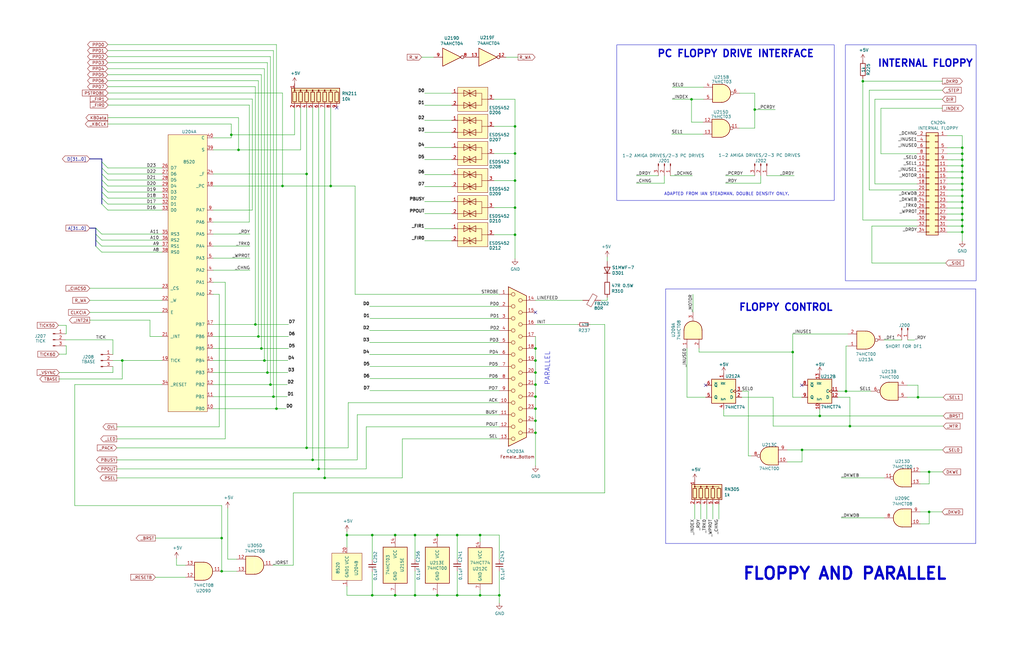
<source format=kicad_sch>
(kicad_sch (version 20231120) (generator "eeschema") (generator_version "8.0")
  (paper "B")
  (title_block (title "AMIGA PCI") (date "2025-03-31") (rev "5.1"))
  (junction (at 363.855 34.29))
  (junction (at 93.472 227.076))
  (junction (at 202.438 225.806))
  (junction (at 93.472 241.046))
  (junction (at 129.286 73.406))
  (junction (at 108.966 141.986))
  (junction (at 217.17 87.63))
  (junction (at 210.566 251.206))
  (junction (at 225.806 182.626))
  (junction (at 291.592 41.91))
  (junction (at 391.795 216.027))
  (junction (at 217.17 76.2))
  (junction (at 405.765 69.977))
  (junction (at 51.562 152.146))
  (junction (at 405.765 92.837))
  (junction (at 184.404 251.206))
  (junction (at 139.446 78.486))
  (junction (at 405.765 77.597))
  (junction (at 112.776 157.226))
  (junction (at 110.236 147.066))
  (junction (at 387.096 167.64))
  (junction (at 225.806 177.546))
  (junction (at 405.765 67.437))
  (junction (at 405.765 82.677))
  (junction (at 192.786 225.806))
  (junction (at 184.404 225.806))
  (junction (at 225.806 167.386))
  (junction (at 405.765 90.297))
  (junction (at 334.264 148.59))
  (junction (at 114.046 162.306))
  (junction (at 345.694 175.514))
  (junction (at 175.006 225.806))
  (junction (at 405.765 64.897))
  (junction (at 338.201 189.865))
  (junction (at 405.765 72.517))
  (junction (at 358.394 179.832))
  (junction (at 217.17 99.06))
  (junction (at 192.786 251.206))
  (junction (at 107.696 136.906))
  (junction (at 202.438 251.206))
  (junction (at 356.743 165.1))
  (junction (at 156.972 225.806))
  (junction (at 225.806 157.226))
  (junction (at 146.304 225.806))
  (junction (at 97.536 56.896))
  (junction (at 134.366 197.866))
  (junction (at 119.126 78.486))
  (junction (at 131.826 194.056))
  (junction (at 166.624 225.806))
  (junction (at 225.806 172.466))
  (junction (at 116.586 172.466))
  (junction (at 405.765 62.357))
  (junction (at 405.765 80.137))
  (junction (at 225.806 162.306))
  (junction (at 100.584 63.246))
  (junction (at 166.624 251.206))
  (junction (at 115.316 167.386))
  (junction (at 405.765 95.377))
  (junction (at 405.765 97.917))
  (junction (at 156.972 251.206))
  (junction (at 225.806 147.066))
  (junction (at 405.765 85.217))
  (junction (at 217.17 53.34))
  (junction (at 136.906 201.676))
  (junction (at 405.765 87.757))
  (junction (at 318.262 46.228))
  (junction (at 225.806 152.146))
  (junction (at 129.286 188.976))
  (junction (at 391.795 199.136))
  (junction (at 217.17 64.77))
  (junction (at 175.006 251.206))
  (junction (at 111.506 152.146))
  (junction (at 405.765 75.057))
  (no_connect (at 141.986 45.466))
  (no_connect (at 297.561 162.56))
  (no_connect (at 338.074 162.56))
  (no_connect (at 225.806 131.826))
  (bus_entry (at 45.466 75.946) (size -2.54 -2.54))
  (bus_entry (at 45.466 70.866) (size -2.54 -2.54))
  (bus_entry (at 45.466 86.106) (size -2.54 -2.54))
  (bus_entry (at 45.466 73.406) (size -2.54 -2.54))
  (bus_entry (at 42.926 98.806) (size -2.54 -2.54))
  (bus_entry (at 42.926 106.426) (size -2.54 -2.54))
  (bus_entry (at 45.466 88.646) (size -2.54 -2.54))
  (bus_entry (at 45.466 78.486) (size -2.54 -2.54))
  (bus_entry (at 42.926 103.886) (size -2.54 -2.54))
  (bus_entry (at 45.466 81.026) (size -2.54 -2.54))
  (bus_entry (at 42.926 101.346) (size -2.54 -2.54))
  (bus_entry (at 45.466 83.566) (size -2.54 -2.54))
  (wire (pts (xy 399.415 75.057) (xy 405.765 75.057)))
  (wire (pts (xy 358.394 179.832) (xy 326.009 179.832)))
  (wire (pts (xy 371.475 64.897) (xy 371.475 45.72)))
  (wire (pts (xy 283.21 56.642) (xy 296.418 56.642)))
  (wire (pts (xy 155.956 159.766) (xy 210.566 159.766)))
  (wire (pts (xy 280.162 74.168) (xy 280.162 77.343)))
  (wire (pts (xy 256.032 125.476) (xy 256.032 126.746)))
  (wire (pts (xy 280.162 77.343) (xy 268.351 77.343)))
  (wire (pts (xy 331.978 194.945) (xy 338.201 194.945)))
  (wire (pts (xy 45.466 23.876) (xy 114.046 23.876)))
  (wire (pts (xy 405.765 95.377) (xy 405.765 97.917)))
  (wire (pts (xy 27.94 145.923) (xy 27.432 145.923)))
  (bus (pts (xy 42.926 68.326) (xy 42.926 70.866)))
  (wire (pts (xy 123.698 208.026) (xy 255.016 208.026)))
  (wire (pts (xy 139.446 45.466) (xy 139.446 78.486)))
  (wire (pts (xy 45.466 70.866) (xy 68.326 70.866)))
  (wire (pts (xy 399.415 85.217) (xy 405.765 85.217)))
  (wire (pts (xy 154.432 180.086) (xy 154.432 197.866)))
  (wire (pts (xy 155.956 164.846) (xy 210.566 164.846)))
  (wire (pts (xy 89.916 58.166) (xy 97.536 58.166)))
  (wire (pts (xy 107.696 136.906) (xy 121.666 136.906)))
  (wire (pts (xy 110.236 147.066) (xy 89.916 147.066)))
  (wire (pts (xy 334.264 140.97) (xy 334.264 148.59)))
  (wire (pts (xy 334.264 167.64) (xy 334.264 148.59)))
  (wire (pts (xy 106.426 88.646) (xy 89.916 88.646)))
  (wire (pts (xy 399.415 82.677) (xy 405.765 82.677)))
  (wire (pts (xy 208.28 99.06) (xy 217.17 99.06)))
  (wire (pts (xy 399.415 64.897) (xy 405.765 64.897)))
  (wire (pts (xy 45.466 34.036) (xy 108.966 34.036)))
  (wire (pts (xy 386.715 77.597) (xy 368.935 77.597)))
  (wire (pts (xy 382.778 143.51) (xy 385.699 143.51)))
  (wire (pts (xy 405.765 69.977) (xy 405.765 72.517)))
  (wire (pts (xy 97.536 58.166) (xy 97.536 56.896)))
  (wire (pts (xy 49.276 188.976) (xy 129.286 188.976)))
  (wire (pts (xy 124.206 56.896) (xy 97.536 56.896)))
  (wire (pts (xy 282.702 74.168) (xy 291.973 74.168)))
  (wire (pts (xy 24.892 159.893) (xy 51.562 159.893)))
  (wire (pts (xy 169.672 185.166) (xy 169.672 201.676)))
  (wire (pts (xy 218.44 24.13) (xy 213.36 24.13)))
  (wire (pts (xy 391.795 221.107) (xy 391.795 216.027)))
  (wire (pts (xy 108.966 34.036) (xy 108.966 141.986)))
  (wire (pts (xy 399.415 80.137) (xy 405.765 80.137)))
  (wire (pts (xy 105.156 44.323) (xy 45.593 44.323)))
  (wire (pts (xy 368.935 41.91) (xy 397.383 41.91)))
  (bus (pts (xy 37.846 96.266) (xy 40.386 96.266)))
  (wire (pts (xy 217.17 64.77) (xy 217.17 76.2)))
  (wire (pts (xy 63.246 135.128) (xy 37.846 135.128)))
  (wire (pts (xy 47.625 152.146) (xy 51.562 152.146)))
  (wire (pts (xy 179.07 50.8) (xy 190.5 50.8)))
  (wire (pts (xy 217.17 76.2) (xy 217.17 87.63)))
  (wire (pts (xy 405.765 67.437) (xy 405.765 69.977)))
  (wire (pts (xy 311.658 54.102) (xy 318.262 54.102)))
  (wire (pts (xy 366.522 80.137) (xy 366.522 38.1)))
  (wire (pts (xy 300.609 212.725) (xy 300.609 219.075)))
  (wire (pts (xy 179.07 73.66) (xy 190.5 73.66)))
  (wire (pts (xy 318.262 46.228) (xy 318.262 39.37)))
  (bus (pts (xy 40.386 101.346) (xy 40.386 103.886)))
  (wire (pts (xy 399.415 77.597) (xy 405.765 77.597)))
  (wire (pts (xy 45.466 73.406) (xy 68.326 73.406)))
  (wire (pts (xy 217.17 41.91) (xy 217.17 53.34)))
  (wire (pts (xy 89.916 93.726) (xy 105.156 93.726)))
  (wire (pts (xy 124.206 45.466) (xy 124.206 56.896)))
  (wire (pts (xy 114.046 23.876) (xy 114.046 162.306)))
  (wire (pts (xy 65.532 227.076) (xy 93.472 227.076)))
  (wire (pts (xy 96.012 214.376) (xy 96.012 235.966)))
  (wire (pts (xy 405.765 72.517) (xy 405.765 75.057)))
  (wire (pts (xy 192.786 251.206) (xy 202.438 251.206)))
  (wire (pts (xy 326.009 179.832) (xy 326.009 167.64)))
  (wire (pts (xy 363.855 33.147) (xy 363.855 34.29)))
  (wire (pts (xy 97.536 56.896) (xy 97.536 52.324)))
  (wire (pts (xy 179.07 62.23) (xy 190.5 62.23)))
  (wire (pts (xy 253.365 126.746) (xy 256.032 126.746)))
  (wire (pts (xy 42.926 106.426) (xy 68.326 106.426)))
  (wire (pts (xy 175.006 251.206) (xy 184.404 251.206)))
  (wire (pts (xy 334.264 148.59) (xy 294.767 148.59)))
  (wire (pts (xy 45.593 41.783) (xy 106.426 41.783)))
  (wire (pts (xy 179.07 90.17) (xy 190.5 90.17)))
  (wire (pts (xy 225.806 167.386) (xy 225.806 172.466)))
  (wire (pts (xy 27.94 149.479) (xy 24.892 149.479)))
  (wire (pts (xy 146.812 169.926) (xy 146.812 188.976)))
  (wire (pts (xy 202.438 225.806) (xy 202.438 228.6)))
  (wire (pts (xy 386.715 64.897) (xy 371.475 64.897)))
  (wire (pts (xy 208.28 76.2) (xy 217.17 76.2)))
  (wire (pts (xy 45.466 26.416) (xy 112.776 26.416)))
  (wire (pts (xy 27.94 140.843) (xy 27.432 140.843)))
  (wire (pts (xy 184.404 225.806) (xy 192.786 225.806)))
  (wire (pts (xy 146.304 251.206) (xy 146.304 247.396)))
  (wire (pts (xy 405.765 92.837) (xy 405.765 95.377)))
  (wire (pts (xy 315.595 192.405) (xy 316.738 192.405)))
  (wire (pts (xy 121.666 141.986) (xy 108.966 141.986)))
  (wire (pts (xy 318.262 74.168) (xy 305.943 74.168)))
  (wire (pts (xy 49.276 201.676) (xy 136.906 201.676)))
  (wire (pts (xy 318.262 39.37) (xy 311.912 39.37)))
  (wire (pts (xy 289.687 146.939) (xy 289.687 167.64)))
  (wire (pts (xy 97.536 52.324) (xy 45.466 52.324)))
  (wire (pts (xy 371.475 45.72) (xy 397.383 45.72)))
  (wire (pts (xy 169.672 201.676) (xy 136.906 201.676)))
  (wire (pts (xy 225.806 157.226) (xy 225.806 162.306)))
  (wire (pts (xy 387.096 167.64) (xy 397.764 167.64)))
  (wire (pts (xy 405.765 82.677) (xy 405.765 85.217)))
  (wire (pts (xy 74.422 235.585) (xy 74.422 238.506)))
  (wire (pts (xy 382.524 167.64) (xy 387.096 167.64)))
  (wire (pts (xy 68.326 75.946) (xy 45.466 75.946)))
  (wire (pts (xy 121.666 147.066) (xy 110.236 147.066)))
  (wire (pts (xy 353.314 167.64) (xy 358.394 167.64)))
  (wire (pts (xy 112.776 157.226) (xy 89.916 157.226)))
  (wire (pts (xy 399.415 69.977) (xy 405.765 69.977)))
  (wire (pts (xy 63.246 141.986) (xy 63.246 135.128)))
  (wire (pts (xy 116.586 18.796) (xy 116.586 172.466)))
  (wire (pts (xy 146.812 169.926) (xy 210.566 169.926)))
  (bus (pts (xy 42.926 83.566) (xy 42.926 86.106)))
  (wire (pts (xy 391.795 204.216) (xy 391.795 199.136)))
  (wire (pts (xy 338.201 189.865) (xy 397.51 189.865)))
  (wire (pts (xy 51.562 152.146) (xy 68.326 152.146)))
  (wire (pts (xy 166.624 251.206) (xy 175.006 251.206)))
  (wire (pts (xy 399.415 87.757) (xy 405.765 87.757)))
  (wire (pts (xy 405.765 64.897) (xy 405.765 67.437)))
  (wire (pts (xy 105.156 93.726) (xy 105.156 44.323)))
  (wire (pts (xy 177.8 24.13) (xy 182.88 24.13)))
  (wire (pts (xy 89.916 63.246) (xy 100.584 63.246)))
  (wire (pts (xy 312.801 165.1) (xy 315.595 165.1)))
  (wire (pts (xy 202.438 225.806) (xy 210.566 225.806)))
  (wire (pts (xy 45.466 78.486) (xy 68.326 78.486)))
  (wire (pts (xy 179.07 96.52) (xy 190.5 96.52)))
  (wire (pts (xy 225.806 182.626) (xy 225.806 196.596)))
  (wire (pts (xy 149.733 78.486) (xy 149.733 124.206)))
  (bus (pts (xy 40.386 98.806) (xy 40.386 101.346)))
  (wire (pts (xy 318.262 46.228) (xy 318.262 54.102)))
  (wire (pts (xy 68.326 131.826) (xy 37.846 131.826)))
  (wire (pts (xy 156.972 241.3) (xy 156.972 251.206)))
  (wire (pts (xy 255.016 136.906) (xy 255.016 208.026)))
  (wire (pts (xy 42.926 101.346) (xy 68.326 101.346)))
  (wire (pts (xy 345.694 172.72) (xy 345.694 175.514)))
  (wire (pts (xy 179.07 78.74) (xy 190.5 78.74)))
  (wire (pts (xy 192.786 225.806) (xy 202.438 225.806)))
  (wire (pts (xy 115.316 167.386) (xy 121.158 167.386)))
  (wire (pts (xy 154.432 197.866) (xy 134.366 197.866)))
  (wire (pts (xy 345.694 175.514) (xy 397.764 175.514)))
  (wire (pts (xy 291.592 41.91) (xy 291.592 51.562)))
  (wire (pts (xy 399.415 57.277) (xy 405.765 57.277)))
  (wire (pts (xy 89.916 114.046) (xy 105.41 114.046)))
  (wire (pts (xy 68.326 141.986) (xy 63.246 141.986)))
  (wire (pts (xy 399.415 72.517) (xy 405.765 72.517)))
  (wire (pts (xy 387.096 162.56) (xy 387.096 167.64)))
  (wire (pts (xy 399.415 90.297) (xy 405.765 90.297)))
  (wire (pts (xy 368.935 77.597) (xy 368.935 41.91)))
  (wire (pts (xy 92.456 180.086) (xy 92.456 124.206)))
  (wire (pts (xy 225.806 162.306) (xy 225.806 167.386)))
  (bus (pts (xy 42.926 75.946) (xy 42.926 78.486)))
  (wire (pts (xy 292.989 212.725) (xy 292.989 219.075)))
  (wire (pts (xy 225.806 172.466) (xy 225.806 177.546)))
  (wire (pts (xy 338.201 194.945) (xy 338.201 189.865)))
  (wire (pts (xy 155.956 154.686) (xy 210.566 154.686)))
  (wire (pts (xy 366.522 38.1) (xy 397.383 38.1)))
  (wire (pts (xy 294.767 148.59) (xy 294.767 146.939)))
  (wire (pts (xy 107.696 36.576) (xy 107.696 136.906)))
  (wire (pts (xy 134.366 45.466) (xy 134.366 197.866)))
  (wire (pts (xy 217.17 53.34) (xy 217.17 64.77)))
  (wire (pts (xy 175.006 235.966) (xy 175.006 225.806)))
  (wire (pts (xy 354.711 201.676) (xy 372.872 201.676)))
  (wire (pts (xy 386.715 95.377) (xy 367.665 95.377)))
  (wire (pts (xy 248.793 136.906) (xy 255.016 136.906)))
  (wire (pts (xy 405.765 62.357) (xy 405.765 64.897)))
  (wire (pts (xy 320.802 74.168) (xy 320.802 77.343)))
  (wire (pts (xy 208.28 87.63) (xy 217.17 87.63)))
  (wire (pts (xy 399.415 97.917) (xy 405.765 97.917)))
  (wire (pts (xy 356.743 146.05) (xy 356.743 165.1)))
  (wire (pts (xy 92.456 124.206) (xy 89.916 124.206)))
  (wire (pts (xy 126.746 45.466) (xy 126.746 63.246)))
  (wire (pts (xy 94.996 185.166) (xy 49.276 185.166)))
  (wire (pts (xy 388.112 221.107) (xy 391.795 221.107)))
  (wire (pts (xy 111.506 152.146) (xy 121.412 152.146)))
  (wire (pts (xy 108.966 141.986) (xy 89.916 141.986)))
  (wire (pts (xy 45.466 28.956) (xy 111.506 28.956)))
  (wire (pts (xy 175.006 241.046) (xy 175.006 251.206)))
  (wire (pts (xy 367.665 95.377) (xy 367.665 110.998)))
  (wire (pts (xy 156.972 225.806) (xy 166.624 225.806)))
  (wire (pts (xy 99.822 235.966) (xy 96.012 235.966)))
  (wire (pts (xy 123.698 238.506) (xy 123.698 208.026)))
  (wire (pts (xy 27.432 143.383) (xy 47.625 143.383)))
  (wire (pts (xy 129.286 73.406) (xy 129.286 188.976)))
  (wire (pts (xy 175.006 225.806) (xy 184.404 225.806)))
  (wire (pts (xy 45.466 88.646) (xy 68.326 88.646)))
  (wire (pts (xy 298.069 212.725) (xy 298.069 219.075)))
  (wire (pts (xy 68.326 81.026) (xy 45.466 81.026)))
  (wire (pts (xy 27.94 149.479) (xy 27.94 145.923)))
  (wire (pts (xy 93.472 227.076) (xy 93.472 241.046)))
  (wire (pts (xy 156.972 236.22) (xy 156.972 225.806)))
  (wire (pts (xy 93.472 241.046) (xy 99.822 241.046)))
  (wire (pts (xy 25.019 157.226) (xy 47.625 157.226)))
  (wire (pts (xy 155.956 134.366) (xy 210.566 134.366)))
  (wire (pts (xy 192.786 241.046) (xy 192.786 251.206)))
  (bus (pts (xy 40.386 96.266) (xy 40.386 98.806)))
  (wire (pts (xy 225.806 152.146) (xy 225.806 157.226)))
  (wire (pts (xy 93.472 213.36) (xy 31.496 213.36)))
  (wire (pts (xy 225.806 147.066) (xy 225.806 152.146)))
  (wire (pts (xy 45.593 39.243) (xy 119.126 39.243)))
  (wire (pts (xy 114.046 162.306) (xy 89.916 162.306)))
  (wire (pts (xy 112.776 157.226) (xy 121.412 157.226)))
  (wire (pts (xy 131.826 45.466) (xy 131.826 194.056)))
  (wire (pts (xy 405.765 97.917) (xy 405.765 101.727)))
  (wire (pts (xy 31.496 162.306) (xy 68.326 162.306)))
  (wire (pts (xy 291.592 51.562) (xy 296.418 51.562)))
  (wire (pts (xy 179.07 85.09) (xy 190.5 85.09)))
  (wire (pts (xy 27.94 137.287) (xy 27.94 140.843)))
  (wire (pts (xy 166.624 225.806) (xy 175.006 225.806)))
  (wire (pts (xy 156.972 251.206) (xy 166.624 251.206)))
  (wire (pts (xy 391.795 216.027) (xy 388.112 216.027)))
  (wire (pts (xy 49.276 197.866) (xy 134.366 197.866)))
  (wire (pts (xy 399.415 62.357) (xy 405.765 62.357)))
  (wire (pts (xy 27.94 137.287) (xy 24.638 137.287)))
  (wire (pts (xy 210.566 254.508) (xy 210.566 251.206)))
  (wire (pts (xy 405.765 87.757) (xy 405.765 90.297)))
  (wire (pts (xy 146.812 188.976) (xy 129.286 188.976)))
  (wire (pts (xy 47.625 157.226) (xy 47.625 154.686)))
  (wire (pts (xy 334.899 74.168) (xy 323.342 74.168)))
  (wire (pts (xy 256.032 108.458) (xy 256.032 110.236)))
  (wire (pts (xy 149.733 124.206) (xy 210.566 124.206)))
  (wire (pts (xy 386.715 80.137) (xy 366.522 80.137)))
  (wire (pts (xy 45.466 31.496) (xy 110.236 31.496)))
  (wire (pts (xy 179.07 39.37) (xy 190.5 39.37)))
  (wire (pts (xy 179.07 44.45) (xy 190.5 44.45)))
  (wire (pts (xy 31.496 213.36) (xy 31.496 162.306)))
  (wire (pts (xy 116.586 172.466) (xy 89.916 172.466)))
  (wire (pts (xy 89.916 119.126) (xy 94.996 119.126)))
  (wire (pts (xy 405.765 77.597) (xy 405.765 80.137)))
  (wire (pts (xy 115.316 167.386) (xy 89.916 167.386)))
  (wire (pts (xy 399.415 67.437) (xy 405.765 67.437)))
  (wire (pts (xy 116.586 172.466) (xy 120.65 172.466)))
  (wire (pts (xy 37.846 121.666) (xy 68.326 121.666)))
  (wire (pts (xy 217.17 87.63) (xy 217.17 99.06)))
  (wire (pts (xy 45.466 83.566) (xy 68.326 83.566)))
  (wire (pts (xy 363.855 34.29) (xy 397.383 34.29)))
  (wire (pts (xy 107.696 136.906) (xy 89.916 136.906)))
  (wire (pts (xy 179.07 101.6) (xy 190.5 101.6)))
  (wire (pts (xy 353.314 165.1) (xy 356.743 165.1)))
  (wire (pts (xy 372.745 143.51) (xy 380.238 143.51)))
  (wire (pts (xy 42.926 98.806) (xy 68.326 98.806)))
  (wire (pts (xy 51.562 159.893) (xy 51.562 152.146)))
  (wire (pts (xy 49.276 180.086) (xy 92.456 180.086)))
  (wire (pts (xy 225.806 136.906) (xy 243.713 136.906)))
  (wire (pts (xy 155.829 129.286) (xy 210.566 129.286)))
  (wire (pts (xy 382.524 162.56) (xy 387.096 162.56)))
  (wire (pts (xy 295.529 212.725) (xy 295.529 219.075)))
  (wire (pts (xy 169.672 185.166) (xy 210.566 185.166)))
  (wire (pts (xy 150.622 175.006) (xy 210.566 175.006)))
  (wire (pts (xy 89.916 152.146) (xy 111.506 152.146)))
  (wire (pts (xy 179.07 67.31) (xy 190.5 67.31)))
  (wire (pts (xy 202.438 251.206) (xy 210.566 251.206)))
  (wire (pts (xy 225.806 141.986) (xy 225.806 147.066)))
  (wire (pts (xy 331.978 189.865) (xy 338.201 189.865)))
  (wire (pts (xy 225.806 177.546) (xy 225.806 182.626)))
  (bus (pts (xy 42.926 73.406) (xy 42.926 75.946)))
  (wire (pts (xy 388.112 199.136) (xy 391.795 199.136)))
  (wire (pts (xy 210.566 235.966) (xy 210.566 225.806)))
  (wire (pts (xy 156.972 225.806) (xy 146.304 225.806)))
  (wire (pts (xy 405.765 75.057) (xy 405.765 77.597)))
  (wire (pts (xy 115.316 21.336) (xy 115.316 167.386)))
  (wire (pts (xy 305.181 175.514) (xy 345.694 175.514)))
  (wire (pts (xy 283.464 41.91) (xy 291.592 41.91)))
  (wire (pts (xy 112.776 26.416) (xy 112.776 157.226)))
  (wire (pts (xy 268.351 74.168) (xy 277.622 74.168)))
  (wire (pts (xy 292.227 124.206) (xy 292.227 131.699)))
  (wire (pts (xy 397.256 216.027) (xy 391.795 216.027)))
  (wire (pts (xy 89.916 78.486) (xy 119.126 78.486)))
  (wire (pts (xy 405.765 90.297) (xy 405.765 92.837)))
  (wire (pts (xy 356.743 146.05) (xy 357.505 146.05)))
  (wire (pts (xy 146.304 225.806) (xy 146.304 230.886)))
  (wire (pts (xy 399.415 95.377) (xy 405.765 95.377)))
  (wire (pts (xy 318.262 46.228) (xy 326.898 46.228)))
  (bus (pts (xy 42.926 81.026) (xy 42.926 83.566)))
  (wire (pts (xy 45.466 36.576) (xy 107.696 36.576)))
  (wire (pts (xy 208.28 64.77) (xy 217.17 64.77)))
  (bus (pts (xy 42.926 78.486) (xy 42.926 81.026)))
  (wire (pts (xy 338.074 167.64) (xy 334.264 167.64)))
  (wire (pts (xy 45.466 18.796) (xy 116.586 18.796)))
  (wire (pts (xy 208.28 41.91) (xy 217.17 41.91)))
  (wire (pts (xy 296.672 41.91) (xy 291.592 41.91)))
  (wire (pts (xy 289.687 167.64) (xy 297.561 167.64)))
  (wire (pts (xy 358.394 179.832) (xy 397.764 179.832)))
  (wire (pts (xy 106.426 41.783) (xy 106.426 88.646)))
  (wire (pts (xy 315.595 165.1) (xy 315.595 192.405)))
  (wire (pts (xy 399.415 92.837) (xy 405.765 92.837)))
  (wire (pts (xy 94.996 119.126) (xy 94.996 185.166)))
  (wire (pts (xy 139.446 78.486) (xy 149.733 78.486)))
  (wire (pts (xy 208.28 53.34) (xy 217.17 53.34)))
  (wire (pts (xy 225.806 126.746) (xy 245.745 126.746)))
  (wire (pts (xy 68.326 86.106) (xy 45.466 86.106)))
  (wire (pts (xy 405.765 57.277) (xy 405.765 62.357)))
  (wire (pts (xy 74.422 238.506) (xy 78.232 238.506)))
  (wire (pts (xy 110.236 31.496) (xy 110.236 147.066)))
  (wire (pts (xy 320.802 77.343) (xy 305.943 77.343)))
  (wire (pts (xy 202.438 251.206) (xy 202.438 248.92)))
  (bus (pts (xy 42.926 70.866) (xy 42.926 73.406)))
  (wire (pts (xy 89.916 103.886) (xy 105.41 103.886)))
  (wire (pts (xy 136.906 45.466) (xy 136.906 201.676)))
  (wire (pts (xy 150.622 194.056) (xy 131.826 194.056)))
  (wire (pts (xy 89.916 73.406) (xy 129.286 73.406)))
  (wire (pts (xy 356.743 165.1) (xy 367.284 165.1)))
  (wire (pts (xy 303.149 212.725) (xy 303.149 219.075)))
  (wire (pts (xy 100.584 63.246) (xy 100.584 49.657)))
  (wire (pts (xy 155.829 139.446) (xy 210.566 139.446)))
  (wire (pts (xy 367.665 110.998) (xy 398.78 110.998)))
  (wire (pts (xy 388.112 204.216) (xy 391.795 204.216)))
  (wire (pts (xy 119.126 39.243) (xy 119.126 78.486)))
  (wire (pts (xy 45.466 49.657) (xy 100.584 49.657)))
  (wire (pts (xy 45.466 21.336) (xy 115.316 21.336)))
  (wire (pts (xy 115.062 238.506) (xy 123.698 238.506)))
  (wire (pts (xy 65.532 243.586) (xy 78.232 243.586)))
  (wire (pts (xy 210.566 241.046) (xy 210.566 251.206)))
  (wire (pts (xy 156.972 251.206) (xy 146.304 251.206)))
  (wire (pts (xy 405.765 80.137) (xy 405.765 82.677)))
  (wire (pts (xy 217.17 99.06) (xy 217.17 109.22)))
  (wire (pts (xy 192.786 235.966) (xy 192.786 225.806)))
  (wire (pts (xy 334.264 140.97) (xy 357.505 140.97)))
  (wire (pts (xy 386.715 92.837) (xy 363.855 92.837)))
  (wire (pts (xy 179.07 55.88) (xy 190.5 55.88)))
  (wire (pts (xy 305.181 175.514) (xy 305.181 172.72)))
  (wire (pts (xy 326.009 167.64) (xy 312.801 167.64)))
  (wire (pts (xy 119.126 78.486) (xy 139.446 78.486)))
  (wire (pts (xy 391.795 199.136) (xy 397.51 199.136)))
  (wire (pts (xy 405.765 85.217) (xy 405.765 87.757)))
  (wire (pts (xy 358.394 167.64) (xy 358.394 179.832)))
  (wire (pts (xy 155.829 149.606) (xy 210.566 149.606)))
  (wire (pts (xy 184.404 251.206) (xy 192.786 251.206)))
  (bus (pts (xy 42.926 67.056) (xy 37.846 67.056)))
  (wire (pts (xy 89.916 98.806) (xy 105.41 98.806)))
  (wire (pts (xy 111.506 28.956) (xy 111.506 152.146)))
  (wire (pts (xy 155.829 144.526) (xy 210.566 144.526)))
  (bus (pts (xy 42.926 67.056) (xy 42.926 68.326)))
  (wire (pts (xy 47.625 143.383) (xy 47.625 149.606)))
  (wire (pts (xy 154.432 180.086) (xy 210.566 180.086)))
  (wire (pts (xy 49.276 194.056) (xy 131.826 194.056)))
  (wire (pts (xy 100.584 63.246) (xy 126.746 63.246)))
  (wire (pts (xy 89.916 108.966) (xy 105.41 108.966)))
  (wire (pts (xy 37.846 126.746) (xy 68.326 126.746)))
  (wire (pts (xy 283.464 36.83) (xy 296.672 36.83)))
  (wire (pts (xy 93.472 227.076) (xy 93.472 213.36)))
  (wire (pts (xy 129.286 45.466) (xy 129.286 73.406)))
  (wire (pts (xy 150.622 175.006) (xy 150.622 194.056)))
  (wire (pts (xy 363.855 34.29) (xy 363.855 92.837)))
  (wire (pts (xy 68.326 103.886) (xy 42.926 103.886)))
  (wire (pts (xy 114.046 162.306) (xy 121.158 162.306)))
  (wire (pts (xy 354.711 218.567) (xy 372.872 218.567)))
  (wire (pts (xy 146.304 224.282) (xy 146.304 225.806)))
  (rectangle (start 280.67 121.92) (end 411.48 229.362))
  (rectangle (start 260.096 18.923) (end 351.79 84.582))
  (rectangle (start 356.489 18.923) (end 411.607 118.491))
  (text "FLOPPY AND PARALLEL" (at 312.928 245.11 0) (effects (font (size 5.0038 5.0038) (thickness 1.0008) (bold yes)) (justify left bottom)))
  (text "PC FLOPPY DRIVE INTERFACE" (at 276.987 24.511 0) (effects (font (size 3 3) (thickness 0.6) (bold yes)) (justify left bottom)))
  (text "ADAPTED FROM IAN STEADMAN. DOUBLE DENSITY ONLY." (at 280.035 82.677 0) (effects (font (size 1.27 1.27)) (justify left bottom)))
  (text "INTERNAL FLOPPY" (at 369.951 28.575 0) (effects (font (size 3 3) (thickness 0.6) (bold yes)) (justify left bottom)))
  (text "PARALLEL" (at 232.029 148.336 90) (effects (font (size 2.0066 2.0066)) (justify right bottom)))
  (text "FLOPPY CONTROL" (at 311.404 131.572 0) (effects (font (size 3 3) (bold yes)) (justify left bottom)))
  (label "D1" (at 155.956 134.366 180) (effects (font (bold yes))))
  (label "D4" (at 155.829 149.606 180) (effects (font (bold yes))))
  (label "_TRK0" (at 386.715 87.757 180))
  (label "_TRK0" (at 298.069 219.075 270))
  (label "D3" (at 179.07 55.88 180) (effects (font (bold yes))))
  (label "_INDEX" (at 283.464 41.91 0))
  (label "LINEFEED" (at 226.314 126.746 0))
  (label "D2" (at 155.829 139.446 180) (effects (font (bold yes))))
  (label "_FIR1" (at 179.07 96.52 180) (effects (font (bold yes))))
  (label "SEL1" (at 367.284 165.1 180))
  (label "_DRDY" (at 386.715 97.917 180))
  (label "_SEL1" (at 386.715 69.977 180))
  (label "D7" (at 121.666 136.906 0) (effects (font (bold yes))))
  (label "PD1" (at 210.566 134.366 180))
  (label "D1" (at 179.07 44.45 180) (effects (font (bold yes))))
  (label "A10" (at 67.056 101.346 180) (effects (font (size 1.2954 1.2954))))
  (label "D20" (at 65.786 78.486 180) (effects (font (size 1.2954 1.2954))))
  (label "PD6" (at 210.058 159.766 180))
  (label "PBUSY" (at 179.07 85.09 180) (effects (font (bold yes))))
  (label "_IORST" (at 115.062 238.506 0))
  (label "D21" (at 65.786 75.946 180) (effects (font (size 1.2954 1.2954))))
  (label "D0" (at 179.07 39.37 180) (effects (font (bold yes))))
  (label "D3" (at 121.412 157.226 0) (effects (font (bold yes))))
  (label "SEL" (at 209.804 185.166 180))
  (label "_CHNG" (at 105.41 114.046 180))
  (label "_DRDY" (at 268.351 74.168 0))
  (label "PD7" (at 209.931 164.846 180))
  (label "D16" (at 65.786 88.646 180) (effects (font (size 1.2954 1.2954))))
  (label "D2" (at 121.158 162.306 0) (effects (font (bold yes))))
  (label "_DKWEB" (at 354.711 201.676 0))
  (label "A9" (at 67.056 103.886 180) (effects (font (size 1.2954 1.2954))))
  (label "_MOTOR" (at 292.227 124.206 270))
  (label "_WPROT" (at 300.609 219.075 270))
  (label "BUSY" (at 209.804 175.006 180))
  (label "PD2" (at 210.566 139.446 180))
  (label "D6" (at 121.666 141.986 0) (effects (font (bold yes))))
  (label "PD3" (at 210.312 144.526 180))
  (label "_MOTOR" (at 386.715 75.057 180))
  (label "_RDY" (at 305.943 77.343 0))
  (label "PD5" (at 210.058 154.686 180))
  (label "_RDY" (at 295.529 219.075 270))
  (label "_INUSE1" (at 386.715 59.817 180))
  (label "_SEL0" (at 386.715 67.437 180))
  (label "STROBE" (at 210.312 124.206 180))
  (label "_DCHNG" (at 386.715 57.277 180))
  (label "D0" (at 155.829 129.286 180) (effects (font (bold yes))))
  (label "PD0" (at 210.439 129.286 180))
  (label "_INUSE1" (at 386.715 72.517 180))
  (label "_CHNG" (at 303.149 219.075 270))
  (label "D4" (at 121.412 152.146 0) (effects (font (bold yes))))
  (label "_DCHNG" (at 291.973 74.168 180))
  (label "_INUSE0" (at 386.715 62.357 180))
  (label "_INDEX" (at 292.989 219.075 270))
  (label "D4" (at 179.07 62.23 180) (effects (font (bold yes))))
  (label "INIT" (at 226.314 136.906 0))
  (label "D5" (at 121.666 147.066 0) (effects (font (bold yes))))
  (label "D7" (at 179.07 78.74 180) (effects (font (bold yes))))
  (label "_DKWEB" (at 386.715 85.217 180))
  (label "D2" (at 179.07 50.8 180) (effects (font (bold yes))))
  (label "D22" (at 65.786 73.406 180) (effects (font (size 1.2954 1.2954))))
  (label "D6" (at 179.07 73.66 180) (effects (font (bold yes))))
  (label "D19" (at 65.786 81.026 180) (effects (font (size 1.2954 1.2954))))
  (label "_WPROT" (at 105.41 108.966 180))
  (label "_INUSE0" (at 289.687 146.939 270))
  (label "_PCRDY" (at 326.898 46.228 180))
  (label "_DKWDB" (at 354.711 218.567 0))
  (label "A11" (at 67.056 98.806 180) (effects (font (size 1.2954 1.2954))))
  (label "D5" (at 179.07 67.31 180) (effects (font (bold yes))))
  (label "_WPROT" (at 386.715 90.297 180))
  (label "D23" (at 65.786 70.866 180) (effects (font (size 1.2954 1.2954))))
  (label "SEL0" (at 312.801 165.1 0))
  (label "_DRDY" (at 334.899 74.168 180))
  (label "_CHNG" (at 268.351 77.343 0))
  (label "_RDY" (at 105.41 98.806 180))
  (label "D0" (at 120.65 172.466 0) (effects (font (bold yes))))
  (label "PD4" (at 210.185 149.606 180))
  (label "_INUSE1" (at 334.264 140.97 0))
  (label "PPOUT" (at 179.07 90.17 180) (effects (font (bold yes))))
  (label "_FIR0" (at 179.07 101.6 180) (effects (font (bold yes))))
  (label "POUT" (at 209.931 180.086 180))
  (label "D17" (at 65.786 86.106 180) (effects (font (size 1.2954 1.2954))))
  (label "D1" (at 121.158 167.386 0) (effects (font (bold yes))))
  (label "D18" (at 65.786 83.566 180) (effects (font (size 1.2954 1.2954))))
  (label "A8" (at 67.056 106.426 180) (effects (font (size 1.2954 1.2954))))
  (label "D3" (at 155.829 144.526 180) (effects (font (bold yes))))
  (label "SEL0" (at 283.464 36.83 0))
  (label "TICK" (at 44.704 143.383 180))
  (label "_TRK0" (at 105.41 103.886 180))
  (label "_RDY" (at 385.699 143.51 0))
  (label "SEL1" (at 283.21 56.642 0))
  (label "D7" (at 155.956 164.846 180) (effects (font (bold yes))))
  (label "_PCRDY" (at 305.943 74.168 0))
  (label "_DF1" (at 372.745 143.51 0))
  (label "ACK" (at 209.931 169.926 180))
  (label "D5" (at 155.956 154.686 180) (effects (font (bold yes))))
  (label "_DKWDB" (at 386.715 82.677 180))
  (label "D6" (at 155.956 159.766 180) (effects (font (bold yes))))
  (global_label "PPOUT" (shape output) (at 49.276 197.866 180) (property "Intersheetrefs" "${INTERSHEET_REFS}" (at 40.2016 197.866 0) (effects (justify right))))
  (global_label "_VSYNC" (shape input) (at 25.019 157.226 180) (property "Intersheetrefs" "${INTERSHEET_REFS}" (at 20.32 154.813 0) (effects (justify right))))
  (global_label "PPD0" (shape bidirectional) (at 45.466 18.796 180) (property "Intersheetrefs" "${INTERSHEET_REFS}" (at 36.4294 18.796 0) (effects (justify right))))
  (global_label "PPD5" (shape bidirectional) (at 45.466 31.496 180) (property "Intersheetrefs" "${INTERSHEET_REFS}" (at 36.4294 31.496 0) (effects (justify right))))
  (global_label "PPD3" (shape bidirectional) (at 45.466 26.416 180) (property "Intersheetrefs" "${INTERSHEET_REFS}" (at 36.4294 26.416 0) (effects (justify right))))
  (global_label "_FIR1" (shape input) (at 45.593 41.783 180) (property "Intersheetrefs" "${INTERSHEET_REFS}" (at 37.5467 41.783 0) (effects (justify right))))
  (global_label "TBASE" (shape output) (at 24.892 159.893 180) (property "Intersheetrefs" "${INTERSHEET_REFS}" (at 16.3015 159.893 0) (effects (justify right))))
  (global_label "PPD2" (shape bidirectional) (at 45.466 23.876 180) (property "Intersheetrefs" "${INTERSHEET_REFS}" (at 36.4294 23.876 0) (effects (justify right))))
  (global_label "TICK50" (shape input) (at 24.638 137.287 180) (property "Intersheetrefs" "${INTERSHEET_REFS}" (at 17.018 137.287 0) (effects (justify right))))
  (global_label "_SEL1" (shape input) (at 397.764 167.64 0) (property "Intersheetrefs" "${INTERSHEET_REFS}" (at 406.2335 167.64 0) (effects (justify left))))
  (global_label "_INDEX" (shape output) (at 397.383 45.72 0) (property "Intersheetrefs" "${INTERSHEET_REFS}" (at 406.8202 45.72 0) (effects (justify left))))
  (global_label "_STEP" (shape input) (at 397.383 38.1 0) (property "Intersheetrefs" "${INTERSHEET_REFS}" (at 405.8525 38.1 0) (effects (justify left))))
  (global_label "_CIACS0" (shape input) (at 37.846 121.666 180) (property "Intersheetrefs" "${INTERSHEET_REFS}" (at 27.2408 121.666 0) (effects (justify right))))
  (global_label "_LED" (shape output) (at 49.276 185.166 180) (property "Intersheetrefs" "${INTERSHEET_REFS}" (at 41.9555 185.166 0) (effects (justify right))))
  (global_label "_RESETB" (shape input) (at 65.532 243.586 180) (property "Intersheetrefs" "${INTERSHEET_REFS}" (at 54.5641 243.586 0) (effects (justify right))))
  (global_label "DIR" (shape input) (at 397.383 41.91 0) (property "Intersheetrefs" "${INTERSHEET_REFS}" (at 403.4336 41.91 0) (effects (justify left))))
  (global_label "A[31..0]" (shape input) (at 37.846 96.266 180) (property "Intersheetrefs" "${INTERSHEET_REFS}" (at 40.005 93.345 0) (effects (justify right))))
  (global_label "_SEL0" (shape input) (at 397.51 189.865 0) (property "Intersheetrefs" "${INTERSHEET_REFS}" (at 405.9795 189.865 0) (effects (justify left))))
  (global_label "_DKRD" (shape output) (at 397.383 34.29 0) (property "Intersheetrefs" "${INTERSHEET_REFS}" (at 406.3364 34.29 0) (effects (justify left))))
  (global_label "_PACK" (shape input) (at 49.276 188.976 180) (property "Intersheetrefs" "${INTERSHEET_REFS}" (at 40.504 188.976 0) (effects (justify right))))
  (global_label "_INT2A" (shape output) (at 37.846 135.128 180) (property "Intersheetrefs" "${INTERSHEET_REFS}" (at 28.6922 135.128 0) (effects (justify right))))
  (global_label "_BRST" (shape output) (at 65.532 227.076 180) (property "Intersheetrefs" "${INTERSHEET_REFS}" (at 56.9415 227.076 0) (effects (justify right))))
  (global_label "_KBCLK" (shape output) (at 45.466 52.324 180) (property "Intersheetrefs" "${INTERSHEET_REFS}" (at 35.4845 52.324 0) (effects (justify right))))
  (global_label "PPD4" (shape bidirectional) (at 45.466 28.956 180) (property "Intersheetrefs" "${INTERSHEET_REFS}" (at 36.4294 28.956 0) (effects (justify right))))
  (global_label "PPD1" (shape bidirectional) (at 45.466 21.336 180) (property "Intersheetrefs" "${INTERSHEET_REFS}" (at 36.4294 21.336 0) (effects (justify right))))
  (global_label "PBUSY" (shape output) (at 49.276 194.056 180) (property "Intersheetrefs" "${INTERSHEET_REFS}" (at 40.2016 194.056 0) (effects (justify right))))
  (global_label "D[31..0]" (shape bidirectional) (at 37.846 67.056 180) (effects (font (size 1.2954 1.2954))) (property "Intersheetrefs" "${INTERSHEET_REFS}" (at 42.545 64.008 0) (effects (justify right))))
  (global_label "R_WA" (shape output) (at 218.44 24.13 0) (property "Intersheetrefs" "${INTERSHEET_REFS}" (at 226.568 24.384 0) (effects (justify left))))
  (global_label "_SIDE" (shape input) (at 398.78 110.998 0) (property "Intersheetrefs" "${INTERSHEET_REFS}" (at 406.8867 110.998 0) (effects (justify left))))
  (global_label "TICK60" (shape input) (at 24.892 149.479 180) (property "Intersheetrefs" "${INTERSHEET_REFS}" (at 17.526 149.479 0) (effects (justify right))))
  (global_label "PSEL" (shape output) (at 49.276 201.676 180) (property "Intersheetrefs" "${INTERSHEET_REFS}" (at 41.7136 201.676 0) (effects (justify right))))
  (global_label "_DKWD" (shape input) (at 397.256 216.027 0) (property "Intersheetrefs" "${INTERSHEET_REFS}" (at 406.3908 216.027 0) (effects (justify left))))
  (global_label "PPD7" (shape bidirectional) (at 45.466 36.576 180) (property "Intersheetrefs" "${INTERSHEET_REFS}" (at 36.4294 36.576 0) (effects (justify right))))
  (global_label "CLKCIA" (shape input) (at 37.846 131.826 180) (property "Intersheetrefs" "${INTERSHEET_REFS}" (at 28.4087 131.826 0) (effects (justify right))))
  (global_label "R_W" (shape input) (at 177.8 24.13 180) (property "Intersheetrefs" "${INTERSHEET_REFS}" (at 171.704 24.13 0) (effects (justify right))))
  (global_label "PPD6" (shape bidirectional) (at 45.466 34.036 180) (property "Intersheetrefs" "${INTERSHEET_REFS}" (at 36.4294 34.036 0) (effects (justify right))))
  (global_label "OVL" (shape output) (at 49.276 180.086 180) (property "Intersheetrefs" "${INTERSHEET_REFS}" (at 42.923 180.086 0) (effects (justify right))))
  (global_label "_MTR" (shape input) (at 397.764 179.832 0) (property "Intersheetrefs" "${INTERSHEET_REFS}" (at 405.3264 179.832 0) (effects (justify left))))
  (global_label "DKWE" (shape input) (at 397.51 199.136 0) (property "Intersheetrefs" "${INTERSHEET_REFS}" (at 405.5562 199.136 0) (effects (justify left))))
  (global_label "KBData" (shape output) (at 45.466 49.657 180) (property "Intersheetrefs" "${INTERSHEET_REFS}" (at 35.7265 49.657 0) (effects (justify right))))
  (global_label "R_WA" (shape input) (at 37.846 126.746 180) (property "Intersheetrefs" "${INTERSHEET_REFS}" (at 31.75 126.746 0) (effects (justify right))))
  (global_label "_FIR0" (shape input) (at 45.593 44.323 180) (property "Intersheetrefs" "${INTERSHEET_REFS}" (at 37.5467 44.323 0) (effects (justify right))))
  (global_label "PSTROBE" (shape input) (at 45.593 39.243 180) (property "Intersheetrefs" "${INTERSHEET_REFS}" (at 34.2206 39.243 0) (effects (justify right))))
  (global_label "_BRST" (shape input) (at 397.764 175.514 0) (property "Intersheetrefs" "${INTERSHEET_REFS}" (at 406.3545 175.514 0) (effects (justify left))))
  (symbol (lib_id "power:+5V") (at 345.694 157.48 0) (unit 1)
    (property "Reference" "#PWR0131" (effects (hide yes)))
    (property "Value" "+5V" (at 345.694 153.797 0))
    (instances (project "AmigaPCI Mainboard" (path "" (reference "#PWR0131") (unit 1))) (project "2000ATX" (path "" (reference "#PWR0373") (unit 1))))
  )
  (symbol (lib_id "AmigaPCI-Symbols:ESDS452") (at 199.39 97.79 0) (mirror y) (unit 1)
    (property "Reference" "D212" (at 208.788 104.648 0))
    (property "Value" "ESDS452" (at 210.566 102.616 0))
    (property "Footprint" "AmigaPCI:SOT-23" (effects (hide yes)))
    (property "Datasheet" "https://www.ti.com/lit/ds/symlink/esds452.pdf?ts=1721984995680&ref_url=https%253A%252F%252Fwww.ti.com%252Fproduct%252FESDS452%253Fbm-verify%253DAAQAAAAJ______nQhGVU8Z7eml6g06MJuArerdvJtlpRaKwiN17ps8vFamsVh9Deep4BlrW-_1vhdIBHtFgC600C9KSNvCvgF1TA6XVnmqO6NzUdcOnPB_IbBBz5PIgcb1iF26LLkd4hSzpXb7XP5O0ZJem4qGA-OWwlFOQ8t6R0Dwj4b2Mqz7D9PsKtEyen7EAoX2d8CCHMZSyWQK7JCx3bNlGbpJwrkKM8-R9gjxNQaPp_awuITtiI-ZY5aaGhGoeYUvxemcfvvUOgHLEny18MLiXg9qNxe5jWEjSKfZXhvgtOXClxiOJWKWTXdbh6_g_QH9Zz74bPT_3qNB1HY2y-YOkT0H6Eh-vV69KinIhE6w6QJUZMBf1w1Q" (effects (hide yes)))
    (property "Description" "ESD protection diode" (effects (hide yes)))
  )
  (symbol (lib_id "Device:R_Network08") (at 134.366 40.386 0) (unit 1)
    (property "Reference" "RN211" (at 144.145 39.4716 0) (effects (justify left)))
    (property "Value" "10k" (at 144.145 41.783 0) (effects (justify left)))
    (property "Footprint" "Resistor_THT:R_Array_SIP9" (effects (hide yes)))
    (property "Datasheet" "http://www.vishay.com/docs/31509/csc.pdf" (effects (hide yes)))
    (instances (project "AmigaPCI Mainboard" (path "" (reference "RN211") (unit 1))) (project "2000ATX" (path "" (reference "RN300") (unit 1))))
  )
  (symbol (lib_id "Diode:1N4001") (at 256.032 114.046 270) (mirror x) (unit 1)
    (property "Reference" "D301" (at 258.064 115.2144 90) (effects (justify left)))
    (property "Value" "S1MWF-7" (at 258.064 112.903 90) (effects (justify left)))
    (property "Footprint" "Diode_SMD:D_SOD-123F" (effects (hide yes)))
    (property "Datasheet" "http://www.vishay.com/docs/88503/1n4001.pdf" (effects (hide yes)))
  )
  (symbol (lib_id "power:+5V") (at 124.206 35.306 0) (unit 1)
    (property "Reference" "#PWR0117" (effects (hide yes)))
    (property "Value" "+5V" (at 124.587 30.9118 0))
    (instances (project "AmigaPCI Mainboard" (path "" (reference "#PWR0117") (unit 1))) (project "2000ATX" (path "" (reference "#PWR0363") (unit 1))))
  )
  (symbol (lib_id "Connector:Conn_01x03_Pin") (at 280.162 69.088 270) (unit 1)
    (property "Reference" "J201" (at 282.448 67.818 90) (effects (justify right)))
    (property "Value" "1-2 AMIGA DRIVES/2-3 PC DRIVES" (at 297.053 65.659 90) (effects (justify right)))
    (property "Footprint" "Connector_PinHeader_2.54mm:PinHeader_1x03_P2.54mm_Vertical" (effects (hide yes)))
    (instances (project "AmigaPCI Mainboard" (path "" (reference "J201") (unit 1))) (project "2000ATX" (path "" (reference "J301") (unit 1)) (path "" (reference "J301") (unit 1))))
  )
  (symbol (lib_id "power:+5V") (at 292.989 202.565 0) (unit 1)
    (property "Reference" "#PWR0123" (effects (hide yes)))
    (property "Value" "+5V" (at 293.37 198.1708 0))
    (instances (project "AmigaPCI Mainboard" (path "" (reference "#PWR0123") (unit 1))) (project "2000ATX" (path "" (reference "#PWR0376") (unit 1))))
  )
  (symbol (lib_id "AmigaPCI-Symbols:MOS 8520") (at 79.756 108.966 0) (unit 1)
    (property "Reference" "U204" (at 79.756 55.626 0))
    (property "Value" "8520" (at 79.756 68.326 0))
    (property "Footprint" "Package_DIP:DIP-40_W15.24mm_Socket" (effects (hide yes)))
    (instances (project "AmigaPCI Mainboard" (path "" (reference "U204") (unit 1))) (project "2000ATX" (path "" (reference "U300") (unit 1))))
  )
  (symbol (lib_id "power:GND") (at 217.17 109.22 0) (unit 1)
    (property "Reference" "#PWR374" (effects (hide yes)))
    (property "Value" "GND" (at 217.297 113.6142 0))
  )
  (symbol (lib_id "AmigaPCI-Symbols:ESDS452") (at 199.39 86.36 0) (mirror y) (unit 1)
    (property "Reference" "D210" (at 208.788 93.218 0))
    (property "Value" "ESDS452" (at 210.566 91.186 0))
    (property "Footprint" "AmigaPCI:SOT-23" (effects (hide yes)))
    (property "Datasheet" "https://www.ti.com/lit/ds/symlink/esds452.pdf?ts=1721984995680&ref_url=https%253A%252F%252Fwww.ti.com%252Fproduct%252FESDS452%253Fbm-verify%253DAAQAAAAJ______nQhGVU8Z7eml6g06MJuArerdvJtlpRaKwiN17ps8vFamsVh9Deep4BlrW-_1vhdIBHtFgC600C9KSNvCvgF1TA6XVnmqO6NzUdcOnPB_IbBBz5PIgcb1iF26LLkd4hSzpXb7XP5O0ZJem4qGA-OWwlFOQ8t6R0Dwj4b2Mqz7D9PsKtEyen7EAoX2d8CCHMZSyWQK7JCx3bNlGbpJwrkKM8-R9gjxNQaPp_awuITtiI-ZY5aaGhGoeYUvxemcfvvUOgHLEny18MLiXg9qNxe5jWEjSKfZXhvgtOXClxiOJWKWTXdbh6_g_QH9Zz74bPT_3qNB1HY2y-YOkT0H6Eh-vV69KinIhE6w6QJUZMBf1w1Q" (effects (hide yes)))
    (property "Description" "ESD protection diode" (effects (hide yes)))
  )
  (symbol (lib_id "Device:C_Small") (at 175.006 238.506 180) (unit 1)
    (property "Reference" "C256" (at 176.276 237.49 90) (effects (justify right)))
    (property "Value" "0.1uF" (at 176.403 244.856 90) (effects (justify right)))
    (property "Footprint" "Capacitor_SMD:C_0603_1608Metric" (effects (hide yes)))
    (instances (project "AmigaPCI Mainboard" (path "" (reference "C256") (unit 1))) (project "2000ATX" (path "" (reference "C203") (unit 1))))
  )
  (symbol (lib_id "Device:R") (at 363.855 29.337 0) (unit 1)
    (property "Reference" "R225" (at 366.141 31.877 90) (effects (justify left)))
    (property "Value" "1k" (at 364.109 30.607 90) (effects (justify left)))
    (property "Footprint" "Resistor_SMD:R_0603_1608Metric" (effects (hide yes)))
    (instances (project "AmigaPCI Mainboard" (path "" (reference "R225") (unit 1))) (project "2000ATX" (path "" (reference "R301") (unit 1))))
  )
  (symbol (lib_id "AmigaPCI-Symbols:Ferrite_Bead") (at 249.555 126.746 270) (unit 1)
    (property "Reference" "FB202" (at 253.746 128.143 90))
    (property "Value" "80R" (at 252.476 130.0734 90))
    (property "Footprint" "Capacitor_SMD:C_0805_2012Metric" (effects (hide yes)))
    (instances (project "AmigaPCI Mainboard" (path "" (reference "FB202") (unit 1))) (project "2000ATX" (path "" (reference "FB401") (unit 1)) (path "" (reference "FB401") (unit 1))))
  )
  (symbol (lib_id "AmigaPCI-Symbols:DB25_Stack_FemaleAndMale") (at 218.186 154.686 0) (unit 1)
    (property "Reference" "CN203" (at 217.297 190.4746 0))
    (property "Value" "DB25_Stack_FemaleAndMale" (effects (hide yes)))
    (property "Footprint" "AmigaPCI:DSUB-25_Stack_Female_Bottom_Male_Top" (effects (hide yes)))
    (property "Datasheet" " ~" (effects (hide yes)))
    (instances (project "AmigaPCI Mainboard" (path "" (reference "CN203") (unit 1))) (project "2000ATX" (path "" (reference "CN305") (unit 1))))
  )
  (symbol (lib_id "AmigaPCI-Symbols:ESDS452") (at 199.39 40.64 0) (mirror y) (unit 1)
    (property "Reference" "D206" (at 208.788 47.498 0))
    (property "Value" "ESDS452" (at 210.566 45.466 0))
    (property "Footprint" "AmigaPCI:SOT-23" (effects (hide yes)))
    (property "Datasheet" "https://www.ti.com/lit/ds/symlink/esds452.pdf?ts=1721984995680&ref_url=https%253A%252F%252Fwww.ti.com%252Fproduct%252FESDS452%253Fbm-verify%253DAAQAAAAJ______nQhGVU8Z7eml6g06MJuArerdvJtlpRaKwiN17ps8vFamsVh9Deep4BlrW-_1vhdIBHtFgC600C9KSNvCvgF1TA6XVnmqO6NzUdcOnPB_IbBBz5PIgcb1iF26LLkd4hSzpXb7XP5O0ZJem4qGA-OWwlFOQ8t6R0Dwj4b2Mqz7D9PsKtEyen7EAoX2d8CCHMZSyWQK7JCx3bNlGbpJwrkKM8-R9gjxNQaPp_awuITtiI-ZY5aaGhGoeYUvxemcfvvUOgHLEny18MLiXg9qNxe5jWEjSKfZXhvgtOXClxiOJWKWTXdbh6_g_QH9Zz74bPT_3qNB1HY2y-YOkT0H6Eh-vV69KinIhE6w6QJUZMBf1w1Q" (effects (hide yes)))
    (property "Description" "ESD protection diode" (effects (hide yes)))
  )
  (symbol (lib_id "Device:C_Small") (at 192.786 238.506 180) (unit 1)
    (property "Reference" "C241" (at 194.056 237.49 90) (effects (justify right)))
    (property "Value" "0.1uF" (at 194.183 244.856 90) (effects (justify right)))
    (property "Footprint" "Capacitor_SMD:C_0603_1608Metric" (effects (hide yes)))
    (instances (project "AmigaPCI Mainboard" (path "" (reference "C241") (unit 1))) (project "2000ATX" (path "" (reference "C203") (unit 1))))
  )
  (symbol (lib_id "power:+5V") (at 96.012 214.376 0) (unit 1)
    (property "Reference" "#PWR0116" (effects (hide yes)))
    (property "Value" "+5V" (at 96.393 209.9818 0))
    (instances (project "AmigaPCI Mainboard" (path "" (reference "#PWR0116") (unit 1))) (project "2000ATX" (path "" (reference "#PWR0368") (unit 1))))
  )
  (symbol (lib_id "74xx:74LS74") (at 345.694 165.1 180) (unit 2)
    (property "Reference" "U212" (at 349.25 158.877 0))
    (property "Value" "74HCT74" (at 350.393 171.704 0))
    (property "Footprint" "Package_SO:TSSOP-14_4.4x5mm_P0.65mm" (effects (hide yes)))
    (property "Datasheet" "74xx/74hc_hct74.pdf" (effects (hide yes)))
    (instances (project "AmigaPCI Mainboard" (path "" (reference "U212") (unit 2))) (project "2000ATX" (path "" (reference "U108") (unit 2))))
  )
  (symbol (lib_id "74xx:74LS04") (at 190.5 24.13 0) (unit 4)
    (property "Reference" "U219" (at 190.5 16.0782 0))
    (property "Value" "74AHCT04" (at 190.5 18.3896 0))
    (property "Footprint" "Package_SO:TSSOP-14_4.4x5mm_P0.65mm" (effects (hide yes)))
    (property "Datasheet" "http://www.ti.com/lit/gpn/sn74LS04" (effects (hide yes)))
  )
  (symbol (lib_id "74xx:74LS08") (at 85.852 241.046 0) (mirror x) (unit 4)
    (property "Reference" "U209" (at 85.852 249.301 0))
    (property "Value" "74HCT08" (at 85.852 246.9896 0))
    (property "Footprint" "Package_SO:TSSOP-14_4.4x5mm_P0.65mm" (effects (hide yes)))
    (property "Datasheet" "http://www.ti.com/lit/gpn/sn74LS08" (effects (hide yes)))
  )
  (symbol (lib_id "74xx:74LS74") (at 305.181 165.1 180) (unit 1)
    (property "Reference" "U212" (at 308.991 158.75 0))
    (property "Value" "74HCT74" (at 309.88 171.831 0))
    (property "Footprint" "Package_SO:TSSOP-14_4.4x5mm_P0.65mm" (effects (hide yes)))
    (property "Datasheet" "74xx/74hc_hct74.pdf" (effects (hide yes)))
    (instances (project "AmigaPCI Mainboard" (path "" (reference "U212") (unit 1))) (project "2000ATX" (path "" (reference "U108") (unit 2))))
  )
  (symbol (lib_id "74xx:74LS08") (at 107.442 238.506 0) (unit 4)
    (property "Reference" "U305" (at 107.442 230.251 0))
    (property "Value" "74HCT08" (at 107.442 232.5624 0))
    (property "Footprint" "Package_SO:TSSOP-14_4.4x5mm_P0.65mm" (effects (hide yes)))
    (property "Datasheet" "http://www.ti.com/lit/gpn/sn74LS08" (effects (hide yes)))
  )
  (symbol (lib_id "74xx:74LS03") (at 304.292 39.37 0) (unit 2)
    (property "Reference" "U215" (at 304.2837 32.5501 0))
    (property "Value" "74HCT03" (at 304.2837 34.4711 0))
    (property "Footprint" "Package_SO:TSSOP-14_4.4x5mm_P0.65mm" (effects (hide yes)))
    (property "Datasheet" "http://www.ti.com/lit/gpn/sn74LS03" (effects (hide yes)))
  )
  (symbol (lib_id "74xx:74LS00") (at 324.358 192.405 0) (mirror y) (unit 3)
    (property "Reference" "U213" (at 324.485 187.706 0))
    (property "Value" "74HCT00" (at 324.358 197.739 0))
    (property "Footprint" "Package_SO:TSSOP-14_4.4x5mm_P0.65mm" (effects (hide yes)))
    (property "Datasheet" "http://www.ti.com/lit/gpn/sn74ls00" (effects (hide yes)))
    (instances (project "AmigaPCI Mainboard" (path "" (reference "U213") (unit 3))) (project "2000ATX" (path "" (reference "U900") (unit 2))))
  )
  (symbol (lib_id "power:+5V") (at 363.855 25.527 0) (unit 1)
    (property "Reference" "#PWR0126" (effects (hide yes)))
    (property "Value" "+5V" (at 364.236 21.1328 0))
    (instances (project "AmigaPCI Mainboard" (path "" (reference "#PWR0126") (unit 1))) (project "2000ATX" (path "" (reference "#PWR0375") (unit 1))))
  )
  (symbol (lib_id "AmigaPCI-Symbols:MOS 8520") (at 146.304 239.776 0) (unit 2)
    (property "Reference" "U204" (at 150.241 242.951 90) (effects (justify left)))
    (property "Value" "8520" (at 142.494 242.189 90) (effects (justify left)))
    (property "Footprint" "Package_DIP:DIP-40_W15.24mm_Socket" (effects (hide yes)))
    (instances (project "AmigaPCI Mainboard" (path "" (reference "U204") (unit 2))) (project "2000ATX" (path "" (reference "U300") (unit 2))))
  )
  (symbol (lib_id "74xx:74LS00") (at 184.404 238.506 0) (mirror y) (unit 5)
    (property "Reference" "U213" (at 184.277 237.49 0))
    (property "Value" "74HCT00" (at 184.277 239.776 0))
    (property "Footprint" "Package_SO:TSSOP-14_4.4x5mm_P0.65mm" (effects (hide yes)))
    (property "Datasheet" "http://www.ti.com/lit/gpn/sn74ls00" (effects (hide yes)))
    (instances (project "AmigaPCI Mainboard" (path "" (reference "U213") (unit 5))) (project "2000ATX" (path "" (reference "U900") (unit 2))))
  )
  (symbol (lib_id "power:+5V") (at 74.422 235.585 0) (unit 1)
    (property "Reference" "#PWR0115" (effects (hide yes)))
    (property "Value" "+5V" (at 74.803 231.1908 0))
    (instances (project "AmigaPCI Mainboard" (path "" (reference "#PWR0115") (unit 1))) (project "2000ATX" (path "" (reference "#PWR0367") (unit 1))))
  )
  (symbol (lib_id "Device:R_Small") (at 246.253 136.906 270) (unit 1)
    (property "Reference" "R237" (at 243.84 139.446 90) (effects (justify left)))
    (property "Value" "47R" (at 245.237 137.033 90) (effects (font (size 1 1)) (justify left)))
    (property "Footprint" "Resistor_SMD:R_0603_1608Metric" (effects (hide yes)))
    (property "Wattage" "1W" (effects (hide yes)))
  )
  (symbol (lib_id "power:GND") (at 210.566 254.508 0) (unit 1)
    (property "Reference" "#PWR0124" (effects (hide yes)))
    (property "Value" "GND" (at 210.693 258.9022 0))
    (instances (project "AmigaPCI Mainboard" (path "" (reference "#PWR0124") (unit 1))) (project "2000ATX" (path "" (reference "#PWR0378") (unit 1))))
  )
  (symbol (lib_id "74xx:74LS08") (at 380.492 218.567 0) (mirror y) (unit 3)
    (property "Reference" "U209" (at 380.492 210.312 0))
    (property "Value" "74HCT08" (at 380.492 212.6234 0))
    (property "Footprint" "Package_SO:TSSOP-14_4.4x5mm_P0.65mm" (effects (hide yes)))
    (property "Datasheet" "http://www.ti.com/lit/gpn/sn74LS08" (effects (hide yes)))
    (instances (project "AmigaPCI Mainboard" (path "" (reference "U209") (unit 3))) (project "2000ATX" (path "" (reference "U303") (unit 2))))
  )
  (symbol (lib_id "Connector:Conn_01x02_Pin") (at 382.778 138.43 270) (unit 1)
    (property "Reference" "J200" (at 383.794 137.287 90) (effects (justify right)))
    (property "Value" "SHORT FOR DF1" (at 388.874 146.177 90) (effects (justify right)))
    (property "Footprint" "Connector_PinHeader_2.54mm:PinHeader_1x02_P2.54mm_Vertical" (effects (hide yes)))
    (instances (project "AmigaPCI Mainboard" (path "" (reference "J200") (unit 1))) (project "2000ATX" (path "" (reference "J301") (unit 1)) (path "" (reference "J301") (unit 1))))
  )
  (symbol (lib_id "74xx:74LS74") (at 202.438 238.76 0) (unit 3)
    (property "Reference" "U212" (at 202.438 240.03 0))
    (property "Value" "74HCT74" (at 202.438 237.49 0))
    (property "Footprint" "Package_SO:TSSOP-14_4.4x5mm_P0.65mm" (effects (hide yes)))
    (property "Datasheet" "74xx/74hc_hct74.pdf" (effects (hide yes)))
    (instances (project "AmigaPCI Mainboard" (path "" (reference "U212") (unit 3))) (project "2000ATX" (path "" (reference "U108") (unit 3))))
  )
  (symbol (lib_id "Device:R_Network05") (at 298.069 207.645 0) (unit 1)
    (property "Reference" "RN305" (at 305.3842 206.4766 0) (effects (justify left)))
    (property "Value" "1k" (at 305.3842 208.788 0) (effects (justify left)))
    (property "Footprint" "Resistor_THT:R_Array_SIP6" (effects (hide yes)))
    (property "Datasheet" "http://www.vishay.com/docs/31509/csc.pdf" (effects (hide yes)))
    (instances (project "AmigaPCI Mainboard" (path "" (reference "RN305") (unit 1))) (project "2000ATX" (path "" (reference "RN301") (unit 1))))
  )
  (symbol (lib_id "AmigaPCI-Symbols:Amiga Internal Floppy Conn") (at 394.335 77.597 0) (mirror y) (unit 1)
    (property "Reference" "CN204" (at 395.605 51.7652 0))
    (property "Value" "INTERNAL FLOPPY" (at 395.605 54.0766 0))
    (property "Footprint" "AmigaPCI:Floppy_PinHeader_2x17_P2.54mm" (effects (hide yes)))
    (instances (project "AmigaPCI Mainboard" (path "" (reference "CN204") (unit 1))) (project "2000ATX" (path "" (reference "CN303") (unit 1))))
  )
  (symbol (lib_id "74xx:74LS03") (at 304.038 54.102 0) (unit 4)
    (property "Reference" "U215" (at 304.0297 47.2821 0))
    (property "Value" "74HCT03" (at 304.0297 49.2031 0))
    (property "Footprint" "Package_SO:TSSOP-14_4.4x5mm_P0.65mm" (effects (hide yes)))
    (property "Datasheet" "http://www.ti.com/lit/gpn/sn74LS03" (effects (hide yes)))
  )
  (symbol (lib_id "power:GND") (at 405.765 101.727 0) (unit 1)
    (property "Reference" "#PWR0127" (effects (hide yes)))
    (property "Value" "GND" (at 405.765 105.918 0))
    (instances (project "AmigaPCI Mainboard" (path "" (reference "#PWR0127") (unit 1))) (project "2000ATX" (path "" (reference "#PWR0364") (unit 1))))
  )
  (symbol (lib_id "74xx:74LS08") (at 292.227 139.319 90) (unit 1)
    (property "Reference" "U209" (at 283.972 139.319 0))
    (property "Value" "74HCT08" (at 286.2834 139.319 0))
    (property "Footprint" "Package_SO:TSSOP-14_4.4x5mm_P0.65mm" (effects (hide yes)))
    (property "Datasheet" "http://www.ti.com/lit/gpn/sn74LS08" (effects (hide yes)))
    (instances (project "AmigaPCI Mainboard" (path "" (reference "U209") (unit 1))) (project "2000ATX" (path "" (reference "U303") (unit 2))))
  )
  (symbol (lib_id "AmigaPCI-Symbols:ESDS452") (at 199.39 63.5 0) (mirror y) (unit 1)
    (property "Reference" "D208" (at 208.788 70.358 0))
    (property "Value" "ESDS452" (at 210.566 68.326 0))
    (property "Footprint" "AmigaPCI:SOT-23" (effects (hide yes)))
    (property "Datasheet" "https://www.ti.com/lit/ds/symlink/esds452.pdf?ts=1721984995680&ref_url=https%253A%252F%252Fwww.ti.com%252Fproduct%252FESDS452%253Fbm-verify%253DAAQAAAAJ______nQhGVU8Z7eml6g06MJuArerdvJtlpRaKwiN17ps8vFamsVh9Deep4BlrW-_1vhdIBHtFgC600C9KSNvCvgF1TA6XVnmqO6NzUdcOnPB_IbBBz5PIgcb1iF26LLkd4hSzpXb7XP5O0ZJem4qGA-OWwlFOQ8t6R0Dwj4b2Mqz7D9PsKtEyen7EAoX2d8CCHMZSyWQK7JCx3bNlGbpJwrkKM8-R9gjxNQaPp_awuITtiI-ZY5aaGhGoeYUvxemcfvvUOgHLEny18MLiXg9qNxe5jWEjSKfZXhvgtOXClxiOJWKWTXdbh6_g_QH9Zz74bPT_3qNB1HY2y-YOkT0H6Eh-vV69KinIhE6w6QJUZMBf1w1Q" (effects (hide yes)))
    (property "Description" "ESD protection diode" (effects (hide yes)))
  )
  (symbol (lib_id "Device:R") (at 256.032 121.666 0) (mirror x) (unit 1)
    (property "Reference" "R310" (at 257.81 122.8344 0) (effects (justify left)))
    (property "Value" "47R 0.5W" (at 257.81 120.523 0) (effects (justify left)))
    (property "Footprint" "Resistor_SMD:R_0805_2012Metric" (effects (hide yes)))
  )
  (symbol (lib_id "74xx:74LS00") (at 380.492 201.676 0) (mirror y) (unit 4)
    (property "Reference" "U213" (at 380.619 194.691 0))
    (property "Value" "74HCT00" (at 380.492 196.977 0))
    (property "Footprint" "Package_SO:TSSOP-14_4.4x5mm_P0.65mm" (effects (hide yes)))
    (property "Datasheet" "http://www.ti.com/lit/gpn/sn74ls00" (effects (hide yes)))
    (instances (project "AmigaPCI Mainboard" (path "" (reference "U213") (unit 4))) (project "2000ATX" (path "" (reference "U900") (unit 2))))
  )
  (symbol (lib_id "AmigaPCI-Symbols:ESDS452") (at 199.39 52.07 0) (mirror y) (unit 1)
    (property "Reference" "D207" (at 208.788 58.928 0))
    (property "Value" "ESDS452" (at 210.566 56.896 0))
    (property "Footprint" "AmigaPCI:SOT-23" (effects (hide yes)))
    (property "Datasheet" "https://www.ti.com/lit/ds/symlink/esds452.pdf?ts=1721984995680&ref_url=https%253A%252F%252Fwww.ti.com%252Fproduct%252FESDS452%253Fbm-verify%253DAAQAAAAJ______nQhGVU8Z7eml6g06MJuArerdvJtlpRaKwiN17ps8vFamsVh9Deep4BlrW-_1vhdIBHtFgC600C9KSNvCvgF1TA6XVnmqO6NzUdcOnPB_IbBBz5PIgcb1iF26LLkd4hSzpXb7XP5O0ZJem4qGA-OWwlFOQ8t6R0Dwj4b2Mqz7D9PsKtEyen7EAoX2d8CCHMZSyWQK7JCx3bNlGbpJwrkKM8-R9gjxNQaPp_awuITtiI-ZY5aaGhGoeYUvxemcfvvUOgHLEny18MLiXg9qNxe5jWEjSKfZXhvgtOXClxiOJWKWTXdbh6_g_QH9Zz74bPT_3qNB1HY2y-YOkT0H6Eh-vV69KinIhE6w6QJUZMBf1w1Q" (effects (hide yes)))
    (property "Description" "ESD protection diode" (effects (hide yes)))
  )
  (symbol (lib_id "Device:C_Small") (at 210.566 238.506 180) (unit 1)
    (property "Reference" "C243" (at 211.836 237.49 90) (effects (justify right)))
    (property "Value" "0.1uF" (at 211.963 244.856 90) (effects (justify right)))
    (property "Footprint" "Capacitor_SMD:C_0603_1608Metric" (effects (hide yes)))
    (instances (project "AmigaPCI Mainboard" (path "" (reference "C243") (unit 1))) (project "2000ATX" (path "" (reference "C203") (unit 1))))
  )
  (symbol (lib_id "74xx:74LS00") (at 374.904 165.1 0) (mirror y) (unit 2)
    (property "Reference" "U213" (at 374.904 156.845 0))
    (property "Value" "74HCT00" (at 374.904 159.1564 0))
    (property "Footprint" "Package_SO:TSSOP-14_4.4x5mm_P0.65mm" (effects (hide yes)))
    (property "Datasheet" "http://www.ti.com/lit/gpn/sn74ls00" (effects (hide yes)))
    (instances (project "AmigaPCI Mainboard" (path "" (reference "U213") (unit 2))) (project "2000ATX" (path "" (reference "U900") (unit 2))))
  )
  (symbol (lib_id "power:GND") (at 225.806 196.596 0) (unit 1)
    (property "Reference" "#PWR0122" (effects (hide yes)))
    (property "Value" "GND" (at 225.933 200.9902 0))
    (instances (project "AmigaPCI Mainboard" (path "" (reference "#PWR0122") (unit 1))) (project "2000ATX" (path "" (reference "#PWR0343") (unit 1))))
  )
  (symbol (lib_id "AmigaPCI-Symbols:ESDS452") (at 199.39 74.93 0) (mirror y) (unit 1)
    (property "Reference" "D209" (at 208.788 81.788 0))
    (property "Value" "ESDS452" (at 210.566 79.756 0))
    (property "Footprint" "AmigaPCI:SOT-23" (effects (hide yes)))
    (property "Datasheet" "https://www.ti.com/lit/ds/symlink/esds452.pdf?ts=1721984995680&ref_url=https%253A%252F%252Fwww.ti.com%252Fproduct%252FESDS452%253Fbm-verify%253DAAQAAAAJ______nQhGVU8Z7eml6g06MJuArerdvJtlpRaKwiN17ps8vFamsVh9Deep4BlrW-_1vhdIBHtFgC600C9KSNvCvgF1TA6XVnmqO6NzUdcOnPB_IbBBz5PIgcb1iF26LLkd4hSzpXb7XP5O0ZJem4qGA-OWwlFOQ8t6R0Dwj4b2Mqz7D9PsKtEyen7EAoX2d8CCHMZSyWQK7JCx3bNlGbpJwrkKM8-R9gjxNQaPp_awuITtiI-ZY5aaGhGoeYUvxemcfvvUOgHLEny18MLiXg9qNxe5jWEjSKfZXhvgtOXClxiOJWKWTXdbh6_g_QH9Zz74bPT_3qNB1HY2y-YOkT0H6Eh-vV69KinIhE6w6QJUZMBf1w1Q" (effects (hide yes)))
    (property "Description" "ESD protection diode" (effects (hide yes)))
  )
  (symbol (lib_id "power:+5V") (at 146.304 224.282 0) (unit 1)
    (property "Reference" "#PWR0118" (effects (hide yes)))
    (property "Value" "+5V" (at 146.685 219.8878 0))
    (instances (project "AmigaPCI Mainboard" (path "" (reference "#PWR0118") (unit 1))) (project "2000ATX" (path "" (reference "#PWR0379") (unit 1))))
  )
  (symbol (lib_id "power:+5V") (at 256.032 108.458 0) (mirror y) (unit 1)
    (property "Reference" "#PWR0125" (effects (hide yes)))
    (property "Value" "+5V" (at 255.651 104.0638 0))
    (instances (project "AmigaPCI Mainboard" (path "" (reference "#PWR0125") (unit 1))) (project "2000ATX" (path "" (reference "#PWR0369") (unit 1))))
  )
  (symbol (lib_id "power:+5V") (at 305.181 157.48 0) (unit 1)
    (property "Reference" "#PWR0135" (effects (hide yes)))
    (property "Value" "+5V" (at 305.181 153.797 0))
    (instances (project "AmigaPCI Mainboard" (path "" (reference "#PWR0135") (unit 1))) (project "2000ATX" (path "" (reference "#PWR0373") (unit 1))))
  )
  (symbol (lib_id "Device:C_Small") (at 156.972 238.76 180) (unit 1)
    (property "Reference" "C252" (at 158.242 237.744 90) (effects (justify right)))
    (property "Value" "0.1uF" (at 158.242 244.983 90) (effects (justify right)))
    (property "Footprint" "Capacitor_SMD:C_0603_1608Metric" (effects (hide yes)))
    (instances (project "AmigaPCI Mainboard" (path "" (reference "C252") (unit 1))) (project "2000ATX" (path "" (reference "C300") (unit 1))))
  )
  (symbol (lib_id "Connector:Conn_01x03_Pin") (at 320.802 69.088 270) (unit 1)
    (property "Reference" "J202" (at 323.215 67.818 90) (effects (justify right)))
    (property "Value" "1-2 AMIGA DRIVES/2-3 PC DRIVES" (at 337.566 65.532 90) (effects (justify right)))
    (property "Footprint" "Connector_PinHeader_2.54mm:PinHeader_1x03_P2.54mm_Vertical" (effects (hide yes)))
    (instances (project "AmigaPCI Mainboard" (path "" (reference "J202") (unit 1))) (project "2000ATX" (path "" (reference "J301") (unit 1)) (path "" (reference "J301") (unit 1))))
  )
  (symbol (lib_id "Connector:Conn_01x03_Pin") (at 22.352 143.383 0) (unit 1)
    (property "Reference" "J207" (at 17.018 141.859 0))
    (property "Value" "TICK" (at 17.145 143.891 0))
    (property "Footprint" "Connector_PinHeader_2.54mm:PinHeader_1x03_P2.54mm_Vertical" (effects (hide yes)))
  )
  (symbol (lib_id "74xx:74LS00") (at 365.125 143.51 0) (mirror x) (unit 1)
    (property "Reference" "U213" (at 365.125 151.765 0))
    (property "Value" "74HCT00" (at 365.125 149.4536 0))
    (property "Footprint" "Package_SO:TSSOP-14_4.4x5mm_P0.65mm" (effects (hide yes)))
    (property "Datasheet" "http://www.ti.com/lit/gpn/sn74ls00" (effects (hide yes)))
    (instances (project "AmigaPCI Mainboard" (path "" (reference "U213") (unit 1))) (project "2000ATX" (path "" (reference "U900") (unit 2))))
  )
  (symbol (lib_id "74xx:74LS04") (at 205.74 24.13 0) (unit 6)
    (property "Reference" "U219" (at 205.486 15.875 0))
    (property "Value" "74AHCT04" (at 205.994 18.288 0))
    (property "Footprint" "Package_SO:TSSOP-14_4.4x5mm_P0.65mm" (effects (hide yes)))
    (property "Datasheet" "http://www.ti.com/lit/gpn/sn74LS04" (effects (hide yes)))
  )
  (symbol (lib_id "74xx:74LS03") (at 166.624 238.506 0) (unit 5)
    (property "Reference" "U215" (at 169.545 241.554 90) (effects (justify left)))
    (property "Value" "74HCT03" (at 163.576 242.697 90) (effects (justify left)))
    (property "Footprint" "Package_SO:TSSOP-14_4.4x5mm_P0.65mm" (effects (hide yes)))
    (property "Datasheet" "http://www.ti.com/lit/gpn/sn74LS03" (effects (hide yes)))
  )
  (symbol (lib_id "Connector:Conn_01x03_Pin") (at 42.545 152.146 0) (unit 1)
    (property "Reference" "J208" (at 37.211 150.622 0))
    (property "Value" "TBASE" (at 37.338 152.654 0))
    (property "Footprint" "Connector_PinHeader_2.54mm:PinHeader_1x03_P2.54mm_Vertical" (effects (hide yes)))
  )
)
</source>
